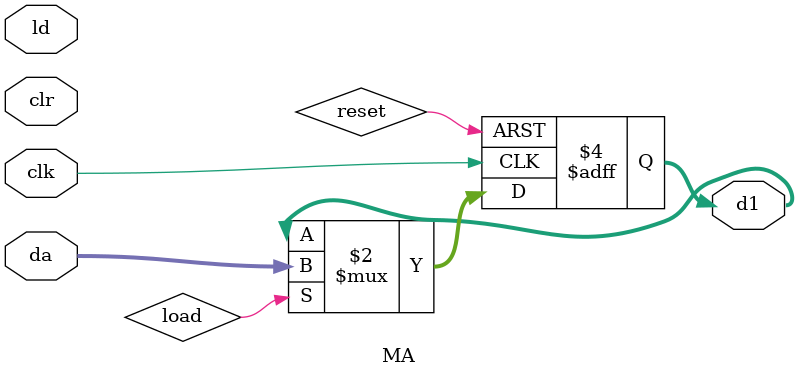
<source format=v>
module MA (clr, ld, clk, d1, da);
input [3:0] da;
input clr, ld, clk;
output [3:0] d1;
reg [3:0] d1;

always@(posedge clk or posedge reset)
begin
	if(reset)
		d1 <= 4'b0000;
	else if (load)
		d1 <= da;
end
endmodule

</source>
